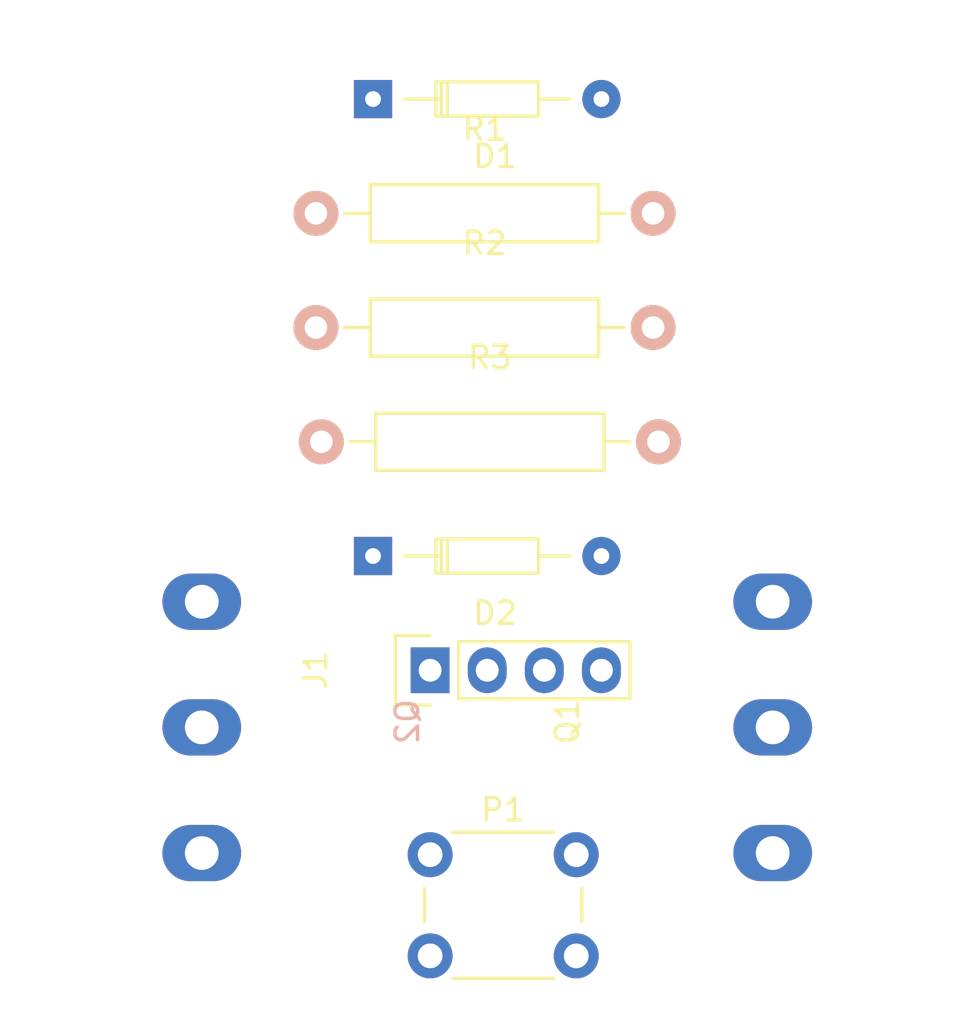
<source format=kicad_pcb>
(kicad_pcb (version 4) (host pcbnew 4.0.5+dfsg1-4)

  (general
    (links 14)
    (no_connects 11)
    (area 0 0 0 0)
    (thickness 1.6)
    (drawings 0)
    (tracks 0)
    (zones 0)
    (modules 9)
    (nets 11)
  )

  (page A4)
  (layers
    (0 F.Cu signal)
    (31 B.Cu signal)
    (32 B.Adhes user)
    (33 F.Adhes user)
    (34 B.Paste user)
    (35 F.Paste user)
    (36 B.SilkS user)
    (37 F.SilkS user)
    (38 B.Mask user)
    (39 F.Mask user)
    (40 Dwgs.User user)
    (41 Cmts.User user)
    (42 Eco1.User user)
    (43 Eco2.User user)
    (44 Edge.Cuts user)
    (45 Margin user)
    (46 B.CrtYd user)
    (47 F.CrtYd user)
    (48 B.Fab user)
    (49 F.Fab user)
  )

  (setup
    (last_trace_width 0.25)
    (trace_clearance 0.2)
    (zone_clearance 0.508)
    (zone_45_only no)
    (trace_min 0.2)
    (segment_width 0.2)
    (edge_width 0.15)
    (via_size 0.6)
    (via_drill 0.4)
    (via_min_size 0.4)
    (via_min_drill 0.3)
    (uvia_size 0.3)
    (uvia_drill 0.1)
    (uvias_allowed no)
    (uvia_min_size 0.2)
    (uvia_min_drill 0.1)
    (pcb_text_width 0.3)
    (pcb_text_size 1.5 1.5)
    (mod_edge_width 0.15)
    (mod_text_size 1 1)
    (mod_text_width 0.15)
    (pad_size 1.524 1.524)
    (pad_drill 0.762)
    (pad_to_mask_clearance 0.2)
    (aux_axis_origin 0 0)
    (visible_elements FFFFFF7F)
    (pcbplotparams
      (layerselection 0x00030_80000001)
      (usegerberextensions false)
      (excludeedgelayer true)
      (linewidth 0.100000)
      (plotframeref false)
      (viasonmask false)
      (mode 1)
      (useauxorigin false)
      (hpglpennumber 1)
      (hpglpenspeed 20)
      (hpglpendiameter 15)
      (hpglpenoverlay 2)
      (psnegative false)
      (psa4output false)
      (plotreference true)
      (plotvalue true)
      (plotinvisibletext false)
      (padsonsilk false)
      (subtractmaskfromsilk false)
      (outputformat 1)
      (mirror false)
      (drillshape 1)
      (scaleselection 1)
      (outputdirectory ""))
  )

  (net 0 "")
  (net 1 "Net-(D1-Pad2)")
  (net 2 "Net-(D1-Pad1)")
  (net 3 "Net-(D2-Pad2)")
  (net 4 "Net-(D2-Pad1)")
  (net 5 "Net-(J1-Pad1)")
  (net 6 "Net-(J1-Pad2)")
  (net 7 "Net-(J1-Pad3)")
  (net 8 "Net-(J1-Pad4)")
  (net 9 GND)
  (net 10 "Net-(P1-Pad1)")

  (net_class Default "This is the default net class."
    (clearance 0.2)
    (trace_width 0.25)
    (via_dia 0.6)
    (via_drill 0.4)
    (uvia_dia 0.3)
    (uvia_drill 0.1)
    (add_net GND)
    (add_net "Net-(D1-Pad1)")
    (add_net "Net-(D1-Pad2)")
    (add_net "Net-(D2-Pad1)")
    (add_net "Net-(D2-Pad2)")
    (add_net "Net-(J1-Pad1)")
    (add_net "Net-(J1-Pad2)")
    (add_net "Net-(J1-Pad3)")
    (add_net "Net-(J1-Pad4)")
    (add_net "Net-(P1-Pad1)")
  )

  (module Diodes_ThroughHole:Diode_DO-35_SOD27_Horizontal_RM10 (layer F.Cu) (tedit 552FFC30) (tstamp 5911CEC7)
    (at 177.79948 93.98254)
    (descr "Diode, DO-35,  SOD27, Horizontal, RM 10mm")
    (tags "Diode, DO-35, SOD27, Horizontal, RM 10mm, 1N4148,")
    (path /5911CB4B)
    (fp_text reference D1 (at 5.43052 2.53746) (layer F.SilkS)
      (effects (font (size 1 1) (thickness 0.15)))
    )
    (fp_text value 1N5819 (at 4.41452 -3.55854) (layer F.Fab)
      (effects (font (size 1 1) (thickness 0.15)))
    )
    (fp_line (start 7.36652 -0.00254) (end 8.76352 -0.00254) (layer F.SilkS) (width 0.15))
    (fp_line (start 2.92152 -0.00254) (end 1.39752 -0.00254) (layer F.SilkS) (width 0.15))
    (fp_line (start 3.30252 -0.76454) (end 3.30252 0.75946) (layer F.SilkS) (width 0.15))
    (fp_line (start 3.04852 -0.76454) (end 3.04852 0.75946) (layer F.SilkS) (width 0.15))
    (fp_line (start 2.79452 -0.00254) (end 2.79452 0.75946) (layer F.SilkS) (width 0.15))
    (fp_line (start 2.79452 0.75946) (end 7.36652 0.75946) (layer F.SilkS) (width 0.15))
    (fp_line (start 7.36652 0.75946) (end 7.36652 -0.76454) (layer F.SilkS) (width 0.15))
    (fp_line (start 7.36652 -0.76454) (end 2.79452 -0.76454) (layer F.SilkS) (width 0.15))
    (fp_line (start 2.79452 -0.76454) (end 2.79452 -0.00254) (layer F.SilkS) (width 0.15))
    (pad 2 thru_hole circle (at 10.16052 -0.00254 180) (size 1.69926 1.69926) (drill 0.70104) (layers *.Cu *.Mask)
      (net 1 "Net-(D1-Pad2)"))
    (pad 1 thru_hole rect (at 0.00052 -0.00254 180) (size 1.69926 1.69926) (drill 0.70104) (layers *.Cu *.Mask)
      (net 2 "Net-(D1-Pad1)"))
    (model Diodes_ThroughHole.3dshapes/Diode_DO-35_SOD27_Horizontal_RM10.wrl
      (at (xyz 0.2 0 0))
      (scale (xyz 0.4 0.4 0.4))
      (rotate (xyz 0 0 180))
    )
  )

  (module Diodes_ThroughHole:Diode_DO-35_SOD27_Horizontal_RM10 (layer F.Cu) (tedit 552FFC30) (tstamp 5911CECD)
    (at 177.79948 114.30254)
    (descr "Diode, DO-35,  SOD27, Horizontal, RM 10mm")
    (tags "Diode, DO-35, SOD27, Horizontal, RM 10mm, 1N4148,")
    (path /5911CEF7)
    (fp_text reference D2 (at 5.43052 2.53746) (layer F.SilkS)
      (effects (font (size 1 1) (thickness 0.15)))
    )
    (fp_text value 1N5819 (at 4.41452 -3.55854) (layer F.Fab)
      (effects (font (size 1 1) (thickness 0.15)))
    )
    (fp_line (start 7.36652 -0.00254) (end 8.76352 -0.00254) (layer F.SilkS) (width 0.15))
    (fp_line (start 2.92152 -0.00254) (end 1.39752 -0.00254) (layer F.SilkS) (width 0.15))
    (fp_line (start 3.30252 -0.76454) (end 3.30252 0.75946) (layer F.SilkS) (width 0.15))
    (fp_line (start 3.04852 -0.76454) (end 3.04852 0.75946) (layer F.SilkS) (width 0.15))
    (fp_line (start 2.79452 -0.00254) (end 2.79452 0.75946) (layer F.SilkS) (width 0.15))
    (fp_line (start 2.79452 0.75946) (end 7.36652 0.75946) (layer F.SilkS) (width 0.15))
    (fp_line (start 7.36652 0.75946) (end 7.36652 -0.76454) (layer F.SilkS) (width 0.15))
    (fp_line (start 7.36652 -0.76454) (end 2.79452 -0.76454) (layer F.SilkS) (width 0.15))
    (fp_line (start 2.79452 -0.76454) (end 2.79452 -0.00254) (layer F.SilkS) (width 0.15))
    (pad 2 thru_hole circle (at 10.16052 -0.00254 180) (size 1.69926 1.69926) (drill 0.70104) (layers *.Cu *.Mask)
      (net 3 "Net-(D2-Pad2)"))
    (pad 1 thru_hole rect (at 0.00052 -0.00254 180) (size 1.69926 1.69926) (drill 0.70104) (layers *.Cu *.Mask)
      (net 4 "Net-(D2-Pad1)"))
    (model Diodes_ThroughHole.3dshapes/Diode_DO-35_SOD27_Horizontal_RM10.wrl
      (at (xyz 0.2 0 0))
      (scale (xyz 0.4 0.4 0.4))
      (rotate (xyz 0 0 180))
    )
  )

  (module Pin_Headers:Pin_Header_Straight_1x04 (layer F.Cu) (tedit 0) (tstamp 5911CED5)
    (at 180.34 119.38 90)
    (descr "Through hole pin header")
    (tags "pin header")
    (path /5911D267)
    (fp_text reference J1 (at 0 -5.1 90) (layer F.SilkS)
      (effects (font (size 1 1) (thickness 0.15)))
    )
    (fp_text value Screw_Terminal_1x04 (at 0 -3.1 90) (layer F.Fab)
      (effects (font (size 1 1) (thickness 0.15)))
    )
    (fp_line (start -1.75 -1.75) (end -1.75 9.4) (layer F.CrtYd) (width 0.05))
    (fp_line (start 1.75 -1.75) (end 1.75 9.4) (layer F.CrtYd) (width 0.05))
    (fp_line (start -1.75 -1.75) (end 1.75 -1.75) (layer F.CrtYd) (width 0.05))
    (fp_line (start -1.75 9.4) (end 1.75 9.4) (layer F.CrtYd) (width 0.05))
    (fp_line (start -1.27 1.27) (end -1.27 8.89) (layer F.SilkS) (width 0.15))
    (fp_line (start 1.27 1.27) (end 1.27 8.89) (layer F.SilkS) (width 0.15))
    (fp_line (start 1.55 -1.55) (end 1.55 0) (layer F.SilkS) (width 0.15))
    (fp_line (start -1.27 8.89) (end 1.27 8.89) (layer F.SilkS) (width 0.15))
    (fp_line (start 1.27 1.27) (end -1.27 1.27) (layer F.SilkS) (width 0.15))
    (fp_line (start -1.55 0) (end -1.55 -1.55) (layer F.SilkS) (width 0.15))
    (fp_line (start -1.55 -1.55) (end 1.55 -1.55) (layer F.SilkS) (width 0.15))
    (pad 1 thru_hole rect (at 0 0 90) (size 2.032 1.7272) (drill 1.016) (layers *.Cu *.Mask)
      (net 5 "Net-(J1-Pad1)"))
    (pad 2 thru_hole oval (at 0 2.54 90) (size 2.032 1.7272) (drill 1.016) (layers *.Cu *.Mask)
      (net 6 "Net-(J1-Pad2)"))
    (pad 3 thru_hole oval (at 0 5.08 90) (size 2.032 1.7272) (drill 1.016) (layers *.Cu *.Mask)
      (net 7 "Net-(J1-Pad3)"))
    (pad 4 thru_hole oval (at 0 7.62 90) (size 2.032 1.7272) (drill 1.016) (layers *.Cu *.Mask)
      (net 8 "Net-(J1-Pad4)"))
    (model Pin_Headers.3dshapes/Pin_Header_Straight_1x04.wrl
      (at (xyz 0 -0.15 0))
      (scale (xyz 1 1 1))
      (rotate (xyz 0 0 90))
    )
  )

  (module Buttons_Switches_ThroughHole:SW_PUSH_6mm_h5mm (layer F.Cu) (tedit 58134DEE) (tstamp 5911CEDD)
    (at 180.34 127.58)
    (descr "tactile push button, 6x6mm e.g. PHAP33xx series, height=5mm")
    (tags "tact sw push 6mm")
    (path /5911D180)
    (fp_text reference P1 (at 3.25 -2) (layer F.SilkS)
      (effects (font (size 1 1) (thickness 0.15)))
    )
    (fp_text value CONN_02X01 (at 3.75 6.7) (layer F.Fab)
      (effects (font (size 1 1) (thickness 0.15)))
    )
    (fp_line (start 3.25 -0.75) (end 6.25 -0.75) (layer F.Fab) (width 0.1))
    (fp_line (start 6.25 -0.75) (end 6.25 5.25) (layer F.Fab) (width 0.1))
    (fp_line (start 6.25 5.25) (end 0.25 5.25) (layer F.Fab) (width 0.1))
    (fp_line (start 0.25 5.25) (end 0.25 -0.75) (layer F.Fab) (width 0.1))
    (fp_line (start 0.25 -0.75) (end 3.25 -0.75) (layer F.Fab) (width 0.1))
    (fp_line (start 7.75 6) (end 8 6) (layer F.CrtYd) (width 0.05))
    (fp_line (start 8 6) (end 8 5.75) (layer F.CrtYd) (width 0.05))
    (fp_line (start 7.75 -1.5) (end 8 -1.5) (layer F.CrtYd) (width 0.05))
    (fp_line (start 8 -1.5) (end 8 -1.25) (layer F.CrtYd) (width 0.05))
    (fp_line (start -1.5 -1.25) (end -1.5 -1.5) (layer F.CrtYd) (width 0.05))
    (fp_line (start -1.5 -1.5) (end -1.25 -1.5) (layer F.CrtYd) (width 0.05))
    (fp_line (start -1.5 5.75) (end -1.5 6) (layer F.CrtYd) (width 0.05))
    (fp_line (start -1.5 6) (end -1.25 6) (layer F.CrtYd) (width 0.05))
    (fp_line (start -1.25 -1.5) (end 7.75 -1.5) (layer F.CrtYd) (width 0.05))
    (fp_line (start -1.5 5.75) (end -1.5 -1.25) (layer F.CrtYd) (width 0.05))
    (fp_line (start 7.75 6) (end -1.25 6) (layer F.CrtYd) (width 0.05))
    (fp_line (start 8 -1.25) (end 8 5.75) (layer F.CrtYd) (width 0.05))
    (fp_line (start 1 5.5) (end 5.5 5.5) (layer F.SilkS) (width 0.15))
    (fp_line (start -0.25 1.5) (end -0.25 3) (layer F.SilkS) (width 0.15))
    (fp_line (start 5.5 -1) (end 1 -1) (layer F.SilkS) (width 0.15))
    (fp_line (start 6.75 3) (end 6.75 1.5) (layer F.SilkS) (width 0.15))
    (fp_circle (center 3.25 2.25) (end 1.25 2.5) (layer F.Fab) (width 0.1))
    (pad 2 thru_hole circle (at 0 4.5 90) (size 2 2) (drill 1.1) (layers *.Cu *.Mask)
      (net 9 GND))
    (pad 1 thru_hole circle (at 0 0 90) (size 2 2) (drill 1.1) (layers *.Cu *.Mask)
      (net 10 "Net-(P1-Pad1)"))
    (pad 2 thru_hole circle (at 6.5 4.5 90) (size 2 2) (drill 1.1) (layers *.Cu *.Mask)
      (net 9 GND))
    (pad 1 thru_hole circle (at 6.5 0 90) (size 2 2) (drill 1.1) (layers *.Cu *.Mask)
      (net 10 "Net-(P1-Pad1)"))
    (model Buttons_Switches_ThroughHole.3dshapes/SW_PUSH_6mm_h5mm.wrl
      (at (xyz 0.005 0 0))
      (scale (xyz 0.3937 0.3937 0.3937))
      (rotate (xyz 0 0 0))
    )
  )

  (module TO_SOT_Packages_THT:TO-247_PadsOnly_Neutral123 (layer F.Cu) (tedit 0) (tstamp 5911CEE4)
    (at 195.58 121.92 90)
    (descr "TO-247, Neutral, Pads Only,")
    (tags "TO-247, Neutral, Pads Only,")
    (path /5911CAA3)
    (fp_text reference Q1 (at 0.254 -9.144 90) (layer F.SilkS)
      (effects (font (size 1 1) (thickness 0.15)))
    )
    (fp_text value ASZ15 (at -1.016 8.128 90) (layer F.Fab)
      (effects (font (size 1 1) (thickness 0.15)))
    )
    (pad 2 thru_hole oval (at 0 0 180) (size 3.50012 2.49936) (drill 1.50114) (layers *.Cu *.Mask)
      (net 9 GND))
    (pad 1 thru_hole oval (at -5.588 0 180) (size 3.50012 2.49936) (drill 1.50114) (layers *.Cu *.Mask)
      (net 1 "Net-(D1-Pad2)"))
    (pad 3 thru_hole oval (at 5.588 0 180) (size 3.50012 2.49936) (drill 1.50114) (layers *.Cu *.Mask)
      (net 7 "Net-(J1-Pad3)"))
  )

  (module TO_SOT_Packages_THT:TO-247_PadsOnly_Neutral123 (layer B.Cu) (tedit 0) (tstamp 5911CEEB)
    (at 170.18 121.92 90)
    (descr "TO-247, Neutral, Pads Only,")
    (tags "TO-247, Neutral, Pads Only,")
    (path /5911CEF1)
    (fp_text reference Q2 (at 0.254 9.144 90) (layer B.SilkS)
      (effects (font (size 1 1) (thickness 0.15)) (justify mirror))
    )
    (fp_text value ASZ15 (at -1.016 -8.128 90) (layer B.Fab)
      (effects (font (size 1 1) (thickness 0.15)) (justify mirror))
    )
    (pad 2 thru_hole oval (at 0 0) (size 3.50012 2.49936) (drill 1.50114) (layers *.Cu *.Mask)
      (net 9 GND))
    (pad 1 thru_hole oval (at -5.588 0) (size 3.50012 2.49936) (drill 1.50114) (layers *.Cu *.Mask)
      (net 3 "Net-(D2-Pad2)"))
    (pad 3 thru_hole oval (at 5.588 0) (size 3.50012 2.49936) (drill 1.50114) (layers *.Cu *.Mask)
      (net 6 "Net-(J1-Pad2)"))
  )

  (module Resistors_ThroughHole:Resistor_Horizontal_RM15mm (layer F.Cu) (tedit 569FCEE8) (tstamp 5911CEF1)
    (at 175.26 99.06)
    (descr "Resistor, Axial, RM 15mm,")
    (tags "Resistor Axial RM 15mm")
    (path /5911CB98)
    (fp_text reference R1 (at 7.5 -3.74904) (layer F.SilkS)
      (effects (font (size 1 1) (thickness 0.15)))
    )
    (fp_text value 47 (at 7.5 4.0005) (layer F.Fab)
      (effects (font (size 1 1) (thickness 0.15)))
    )
    (fp_line (start -1.25 1.5) (end -1.25 -1.5) (layer F.CrtYd) (width 0.05))
    (fp_line (start -1.25 -1.5) (end 16.25 -1.5) (layer F.CrtYd) (width 0.05))
    (fp_line (start 16.25 -1.5) (end 16.25 1.5) (layer F.CrtYd) (width 0.05))
    (fp_line (start 16.25 1.5) (end -1.25 1.5) (layer F.CrtYd) (width 0.05))
    (fp_line (start 2.42 -1.27) (end 2.42 1.27) (layer F.SilkS) (width 0.15))
    (fp_line (start 2.42 1.27) (end 12.58 1.27) (layer F.SilkS) (width 0.15))
    (fp_line (start 12.58 1.27) (end 12.58 -1.27) (layer F.SilkS) (width 0.15))
    (fp_line (start 12.58 -1.27) (end 2.42 -1.27) (layer F.SilkS) (width 0.15))
    (fp_line (start 13.73 0) (end 12.58 0) (layer F.SilkS) (width 0.15))
    (fp_line (start 1.27 0) (end 2.42 0) (layer F.SilkS) (width 0.15))
    (pad 1 thru_hole circle (at 0 0) (size 1.99898 1.99898) (drill 1.00076) (layers *.Cu *.SilkS *.Mask)
      (net 8 "Net-(J1-Pad4)"))
    (pad 2 thru_hole circle (at 15 0) (size 1.99898 1.99898) (drill 1.00076) (layers *.Cu *.SilkS *.Mask)
      (net 2 "Net-(D1-Pad1)"))
    (model Resistors_ThroughHole.3dshapes/Resistor_Horizontal_RM15mm.wrl
      (at (xyz 0.295 0 0))
      (scale (xyz 0.395 0.4 0.4))
      (rotate (xyz 0 0 0))
    )
  )

  (module Resistors_ThroughHole:Resistor_Horizontal_RM15mm (layer F.Cu) (tedit 569FCEE8) (tstamp 5911CEF7)
    (at 175.26 104.14)
    (descr "Resistor, Axial, RM 15mm,")
    (tags "Resistor Axial RM 15mm")
    (path /5911D07F)
    (fp_text reference R2 (at 7.5 -3.74904) (layer F.SilkS)
      (effects (font (size 1 1) (thickness 0.15)))
    )
    (fp_text value 1k (at 7.5 4.0005) (layer F.Fab)
      (effects (font (size 1 1) (thickness 0.15)))
    )
    (fp_line (start -1.25 1.5) (end -1.25 -1.5) (layer F.CrtYd) (width 0.05))
    (fp_line (start -1.25 -1.5) (end 16.25 -1.5) (layer F.CrtYd) (width 0.05))
    (fp_line (start 16.25 -1.5) (end 16.25 1.5) (layer F.CrtYd) (width 0.05))
    (fp_line (start 16.25 1.5) (end -1.25 1.5) (layer F.CrtYd) (width 0.05))
    (fp_line (start 2.42 -1.27) (end 2.42 1.27) (layer F.SilkS) (width 0.15))
    (fp_line (start 2.42 1.27) (end 12.58 1.27) (layer F.SilkS) (width 0.15))
    (fp_line (start 12.58 1.27) (end 12.58 -1.27) (layer F.SilkS) (width 0.15))
    (fp_line (start 12.58 -1.27) (end 2.42 -1.27) (layer F.SilkS) (width 0.15))
    (fp_line (start 13.73 0) (end 12.58 0) (layer F.SilkS) (width 0.15))
    (fp_line (start 1.27 0) (end 2.42 0) (layer F.SilkS) (width 0.15))
    (pad 1 thru_hole circle (at 0 0) (size 1.99898 1.99898) (drill 1.00076) (layers *.Cu *.SilkS *.Mask)
      (net 10 "Net-(P1-Pad1)"))
    (pad 2 thru_hole circle (at 15 0) (size 1.99898 1.99898) (drill 1.00076) (layers *.Cu *.SilkS *.Mask)
      (net 1 "Net-(D1-Pad2)"))
    (model Resistors_ThroughHole.3dshapes/Resistor_Horizontal_RM15mm.wrl
      (at (xyz 0.295 0 0))
      (scale (xyz 0.395 0.4 0.4))
      (rotate (xyz 0 0 0))
    )
  )

  (module Resistors_ThroughHole:Resistor_Horizontal_RM15mm (layer F.Cu) (tedit 569FCEE8) (tstamp 5911CEFD)
    (at 175.5 109.22)
    (descr "Resistor, Axial, RM 15mm,")
    (tags "Resistor Axial RM 15mm")
    (path /5911CEFD)
    (fp_text reference R3 (at 7.5 -3.74904) (layer F.SilkS)
      (effects (font (size 1 1) (thickness 0.15)))
    )
    (fp_text value 47 (at 7.5 4.0005) (layer F.Fab)
      (effects (font (size 1 1) (thickness 0.15)))
    )
    (fp_line (start -1.25 1.5) (end -1.25 -1.5) (layer F.CrtYd) (width 0.05))
    (fp_line (start -1.25 -1.5) (end 16.25 -1.5) (layer F.CrtYd) (width 0.05))
    (fp_line (start 16.25 -1.5) (end 16.25 1.5) (layer F.CrtYd) (width 0.05))
    (fp_line (start 16.25 1.5) (end -1.25 1.5) (layer F.CrtYd) (width 0.05))
    (fp_line (start 2.42 -1.27) (end 2.42 1.27) (layer F.SilkS) (width 0.15))
    (fp_line (start 2.42 1.27) (end 12.58 1.27) (layer F.SilkS) (width 0.15))
    (fp_line (start 12.58 1.27) (end 12.58 -1.27) (layer F.SilkS) (width 0.15))
    (fp_line (start 12.58 -1.27) (end 2.42 -1.27) (layer F.SilkS) (width 0.15))
    (fp_line (start 13.73 0) (end 12.58 0) (layer F.SilkS) (width 0.15))
    (fp_line (start 1.27 0) (end 2.42 0) (layer F.SilkS) (width 0.15))
    (pad 1 thru_hole circle (at 0 0) (size 1.99898 1.99898) (drill 1.00076) (layers *.Cu *.SilkS *.Mask)
      (net 5 "Net-(J1-Pad1)"))
    (pad 2 thru_hole circle (at 15 0) (size 1.99898 1.99898) (drill 1.00076) (layers *.Cu *.SilkS *.Mask)
      (net 4 "Net-(D2-Pad1)"))
    (model Resistors_ThroughHole.3dshapes/Resistor_Horizontal_RM15mm.wrl
      (at (xyz 0.295 0 0))
      (scale (xyz 0.395 0.4 0.4))
      (rotate (xyz 0 0 0))
    )
  )

)

</source>
